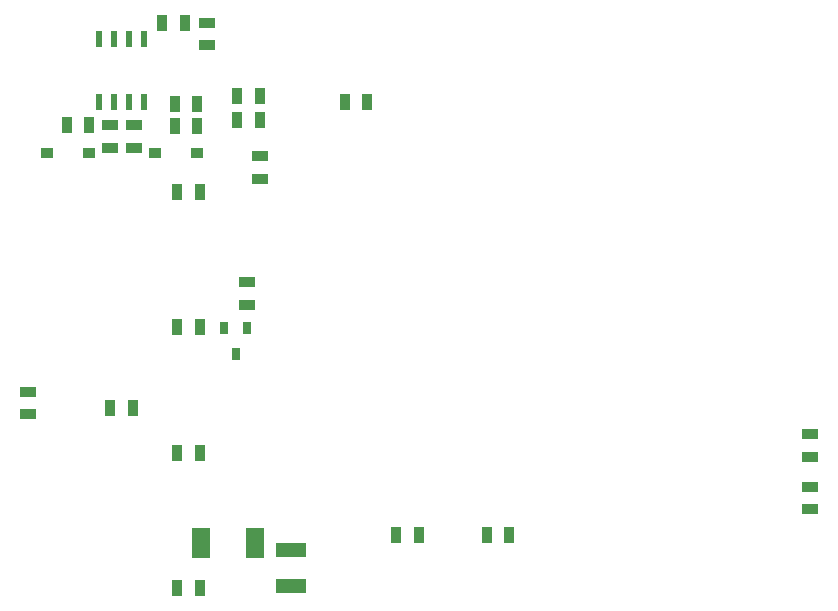
<source format=gtp>
%FSLAX34Y34*%
G04 Gerber Fmt 3.4, Leading zero omitted, Abs format*
G04 (created by PCBNEW (2014-03-19 BZR 4756)-product) date Tue 16 Sep 2014 15:57:37 BRT*
%MOIN*%
G01*
G70*
G90*
G04 APERTURE LIST*
%ADD10C,0.005906*%
%ADD11R,0.055000X0.035000*%
%ADD12R,0.035000X0.055000*%
%ADD13R,0.059055X0.102362*%
%ADD14R,0.040000X0.033500*%
%ADD15R,0.031500X0.039400*%
%ADD16R,0.023600X0.055100*%
%ADD17R,0.100000X0.050000*%
G04 APERTURE END LIST*
G54D10*
G54D11*
X410Y-13605D03*
X410Y-12855D03*
X26460Y-16775D03*
X26460Y-16025D03*
G54D12*
X6045Y-3250D03*
X5295Y-3250D03*
G54D11*
X26460Y-14275D03*
X26460Y-15025D03*
G54D12*
X16445Y-17620D03*
X15695Y-17620D03*
X12675Y-17620D03*
X13425Y-17620D03*
G54D13*
X6185Y-17889D03*
X7957Y-17889D03*
G54D14*
X4620Y-4900D03*
X6020Y-4900D03*
X2420Y-4900D03*
X1020Y-4900D03*
G54D15*
X7327Y-11594D03*
X6952Y-10728D03*
X7702Y-10728D03*
G54D12*
X3895Y-13400D03*
X3145Y-13400D03*
G54D11*
X3920Y-4725D03*
X3920Y-3975D03*
X3120Y-4725D03*
X3120Y-3975D03*
G54D12*
X5295Y-4000D03*
X6045Y-4000D03*
X1695Y-3950D03*
X2445Y-3950D03*
G54D11*
X8122Y-4995D03*
X8122Y-5745D03*
X6371Y-546D03*
X6371Y-1296D03*
X7701Y-9953D03*
X7701Y-9203D03*
G54D12*
X5385Y-19401D03*
X6135Y-19401D03*
X5385Y-14901D03*
X6135Y-14901D03*
X5385Y-10681D03*
X6135Y-10681D03*
X5385Y-6181D03*
X6135Y-6181D03*
X7373Y-2988D03*
X8123Y-2988D03*
X4885Y-551D03*
X5635Y-551D03*
X7373Y-3783D03*
X8123Y-3783D03*
G54D16*
X4270Y-3200D03*
X4270Y-1100D03*
X3770Y-3200D03*
X3270Y-3200D03*
X2770Y-3200D03*
X3770Y-1100D03*
X3270Y-1100D03*
X2770Y-1100D03*
G54D12*
X11718Y-3196D03*
X10968Y-3196D03*
G54D17*
X9170Y-19340D03*
X9170Y-18140D03*
M02*

</source>
